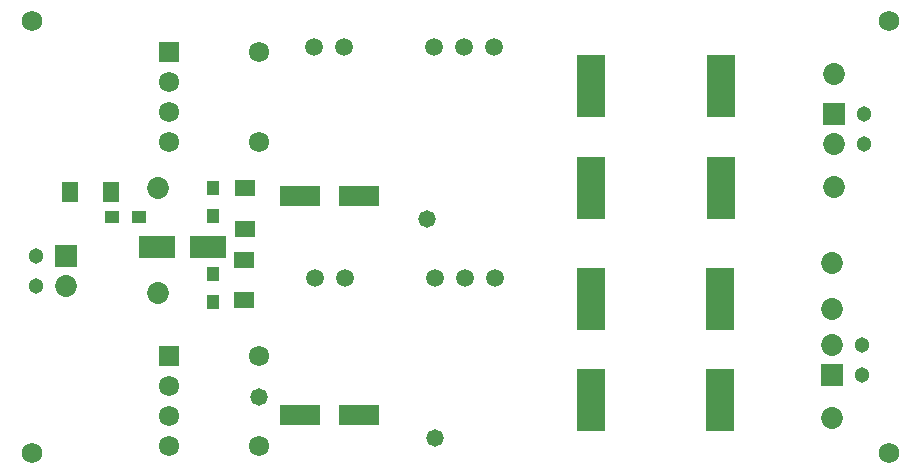
<source format=gbr>
%TF.GenerationSoftware,Altium Limited,Altium Designer,23.2.1 (34)*%
G04 Layer_Color=8388736*
%FSLAX45Y45*%
%MOMM*%
%TF.SameCoordinates,3015DBAE-21F6-41EF-B07E-3AD50EAB7A3F*%
%TF.FilePolarity,Negative*%
%TF.FileFunction,Soldermask,Top*%
%TF.Part,Single*%
G01*
G75*
%TA.AperFunction,SMDPad,CuDef*%
%ADD13R,1.09220X1.24460*%
%ADD15R,1.24460X1.09220*%
%ADD52R,3.40320X1.80320*%
%ADD53R,2.35320X5.30320*%
%ADD54R,3.15320X1.90320*%
%ADD55R,1.70320X1.45320*%
%ADD56R,1.45320X1.70320*%
%TA.AperFunction,Conductor*%
%ADD57C,0.70320*%
%TA.AperFunction,ComponentPad*%
%ADD58C,1.50620*%
%ADD59C,1.85320*%
%ADD60R,1.85320X1.85320*%
%ADD61C,1.30320*%
%TA.AperFunction,WasherPad*%
%ADD62C,1.72720*%
%TA.AperFunction,ComponentPad*%
%ADD63C,1.72120*%
%ADD64R,1.72120X1.72120*%
%TA.AperFunction,ViaPad*%
%ADD65C,1.47320*%
D13*
X1800000Y2284570D02*
D03*
Y2519570D02*
D03*
Y1795070D02*
D03*
Y1560070D02*
D03*
D15*
X943930Y2277000D02*
D03*
X1178930D02*
D03*
D52*
X3034000Y599100D02*
D03*
X2534000D02*
D03*
X3034000Y2453000D02*
D03*
X2534000D02*
D03*
D53*
X4998000Y725000D02*
D03*
Y1585000D02*
D03*
X6098000D02*
D03*
Y725000D02*
D03*
X6100000Y2525000D02*
D03*
Y3385000D02*
D03*
X5000000Y2525000D02*
D03*
Y3385000D02*
D03*
D54*
X1755000Y2022000D02*
D03*
X1325000D02*
D03*
D55*
X2076000Y2522500D02*
D03*
Y2177500D02*
D03*
X2065000Y1570500D02*
D03*
Y1915500D02*
D03*
D56*
X588500Y2493000D02*
D03*
X933500D02*
D03*
D57*
X6097130Y725871D02*
X6098000Y725000D01*
D58*
X3678000Y1758500D02*
D03*
X3932000D02*
D03*
X4186000D02*
D03*
X2916000D02*
D03*
X2662000D02*
D03*
X4178000Y3713500D02*
D03*
X3924000D02*
D03*
X3670000D02*
D03*
X2908000D02*
D03*
X2654000D02*
D03*
D59*
X7037981Y1887134D02*
D03*
Y1496134D02*
D03*
Y1190134D02*
D03*
X7055000Y3487000D02*
D03*
Y2535000D02*
D03*
Y2895000D02*
D03*
X1332000Y1630000D02*
D03*
Y2520561D02*
D03*
X556000Y1697000D02*
D03*
X7039981Y572134D02*
D03*
D60*
X7037981Y936134D02*
D03*
X7055000Y3149000D02*
D03*
X556000Y1951000D02*
D03*
D61*
X7291981Y1190134D02*
D03*
Y936134D02*
D03*
X7309000Y2895000D02*
D03*
Y3149000D02*
D03*
X302000Y1697000D02*
D03*
Y1951000D02*
D03*
D62*
X270000Y275000D02*
D03*
Y3936000D02*
D03*
X7527000Y275000D02*
D03*
Y3936000D02*
D03*
D63*
X2187000Y341000D02*
D03*
Y1103000D02*
D03*
X1425000Y341000D02*
D03*
Y595000D02*
D03*
Y849000D02*
D03*
X2188000Y3671000D02*
D03*
Y2909000D02*
D03*
X1426000D02*
D03*
Y3163000D02*
D03*
Y3417000D02*
D03*
D64*
X1425000Y1103000D02*
D03*
X1426000Y3671000D02*
D03*
D65*
X3684000Y406000D02*
D03*
X2187000Y749000D02*
D03*
X3617000Y2264000D02*
D03*
%TF.MD5,1691bf85470dd3005291818fc2f3bdee*%
M02*

</source>
